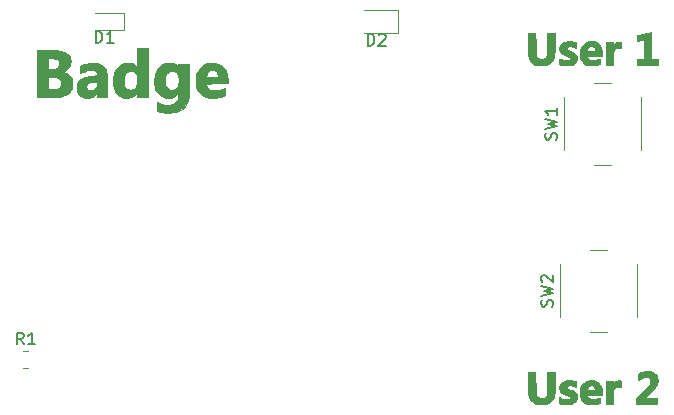
<source format=gbr>
%TF.GenerationSoftware,KiCad,Pcbnew,(7.0.0)*%
%TF.CreationDate,2024-07-03T12:20:39-05:00*%
%TF.ProjectId,DC32H4X0R,44433332-4834-4583-9052-2e6b69636164,rev?*%
%TF.SameCoordinates,Original*%
%TF.FileFunction,Legend,Top*%
%TF.FilePolarity,Positive*%
%FSLAX46Y46*%
G04 Gerber Fmt 4.6, Leading zero omitted, Abs format (unit mm)*
G04 Created by KiCad (PCBNEW (7.0.0)) date 2024-07-03 12:20:39*
%MOMM*%
%LPD*%
G01*
G04 APERTURE LIST*
%ADD10C,0.150000*%
%ADD11C,0.120000*%
%ADD12C,0.010000*%
G04 APERTURE END LIST*
D10*
%TO.C,SW2*%
X95399761Y-69733332D02*
X95447380Y-69590475D01*
X95447380Y-69590475D02*
X95447380Y-69352380D01*
X95447380Y-69352380D02*
X95399761Y-69257142D01*
X95399761Y-69257142D02*
X95352142Y-69209523D01*
X95352142Y-69209523D02*
X95256904Y-69161904D01*
X95256904Y-69161904D02*
X95161666Y-69161904D01*
X95161666Y-69161904D02*
X95066428Y-69209523D01*
X95066428Y-69209523D02*
X95018809Y-69257142D01*
X95018809Y-69257142D02*
X94971190Y-69352380D01*
X94971190Y-69352380D02*
X94923571Y-69542856D01*
X94923571Y-69542856D02*
X94875952Y-69638094D01*
X94875952Y-69638094D02*
X94828333Y-69685713D01*
X94828333Y-69685713D02*
X94733095Y-69733332D01*
X94733095Y-69733332D02*
X94637857Y-69733332D01*
X94637857Y-69733332D02*
X94542619Y-69685713D01*
X94542619Y-69685713D02*
X94495000Y-69638094D01*
X94495000Y-69638094D02*
X94447380Y-69542856D01*
X94447380Y-69542856D02*
X94447380Y-69304761D01*
X94447380Y-69304761D02*
X94495000Y-69161904D01*
X94447380Y-68828570D02*
X95447380Y-68590475D01*
X95447380Y-68590475D02*
X94733095Y-68399999D01*
X94733095Y-68399999D02*
X95447380Y-68209523D01*
X95447380Y-68209523D02*
X94447380Y-67971428D01*
X94542619Y-67638094D02*
X94495000Y-67590475D01*
X94495000Y-67590475D02*
X94447380Y-67495237D01*
X94447380Y-67495237D02*
X94447380Y-67257142D01*
X94447380Y-67257142D02*
X94495000Y-67161904D01*
X94495000Y-67161904D02*
X94542619Y-67114285D01*
X94542619Y-67114285D02*
X94637857Y-67066666D01*
X94637857Y-67066666D02*
X94733095Y-67066666D01*
X94733095Y-67066666D02*
X94875952Y-67114285D01*
X94875952Y-67114285D02*
X95447380Y-67685713D01*
X95447380Y-67685713D02*
X95447380Y-67066666D01*
%TO.C,SW1*%
X95739761Y-55593332D02*
X95787380Y-55450475D01*
X95787380Y-55450475D02*
X95787380Y-55212380D01*
X95787380Y-55212380D02*
X95739761Y-55117142D01*
X95739761Y-55117142D02*
X95692142Y-55069523D01*
X95692142Y-55069523D02*
X95596904Y-55021904D01*
X95596904Y-55021904D02*
X95501666Y-55021904D01*
X95501666Y-55021904D02*
X95406428Y-55069523D01*
X95406428Y-55069523D02*
X95358809Y-55117142D01*
X95358809Y-55117142D02*
X95311190Y-55212380D01*
X95311190Y-55212380D02*
X95263571Y-55402856D01*
X95263571Y-55402856D02*
X95215952Y-55498094D01*
X95215952Y-55498094D02*
X95168333Y-55545713D01*
X95168333Y-55545713D02*
X95073095Y-55593332D01*
X95073095Y-55593332D02*
X94977857Y-55593332D01*
X94977857Y-55593332D02*
X94882619Y-55545713D01*
X94882619Y-55545713D02*
X94835000Y-55498094D01*
X94835000Y-55498094D02*
X94787380Y-55402856D01*
X94787380Y-55402856D02*
X94787380Y-55164761D01*
X94787380Y-55164761D02*
X94835000Y-55021904D01*
X94787380Y-54688570D02*
X95787380Y-54450475D01*
X95787380Y-54450475D02*
X95073095Y-54259999D01*
X95073095Y-54259999D02*
X95787380Y-54069523D01*
X95787380Y-54069523D02*
X94787380Y-53831428D01*
X95787380Y-52926666D02*
X95787380Y-53498094D01*
X95787380Y-53212380D02*
X94787380Y-53212380D01*
X94787380Y-53212380D02*
X94930238Y-53307618D01*
X94930238Y-53307618D02*
X95025476Y-53402856D01*
X95025476Y-53402856D02*
X95073095Y-53498094D01*
%TO.C,D1*%
X56739405Y-47407380D02*
X56739405Y-46407380D01*
X56739405Y-46407380D02*
X56977500Y-46407380D01*
X56977500Y-46407380D02*
X57120357Y-46455000D01*
X57120357Y-46455000D02*
X57215595Y-46550238D01*
X57215595Y-46550238D02*
X57263214Y-46645476D01*
X57263214Y-46645476D02*
X57310833Y-46835952D01*
X57310833Y-46835952D02*
X57310833Y-46978809D01*
X57310833Y-46978809D02*
X57263214Y-47169285D01*
X57263214Y-47169285D02*
X57215595Y-47264523D01*
X57215595Y-47264523D02*
X57120357Y-47359761D01*
X57120357Y-47359761D02*
X56977500Y-47407380D01*
X56977500Y-47407380D02*
X56739405Y-47407380D01*
X58263214Y-47407380D02*
X57691786Y-47407380D01*
X57977500Y-47407380D02*
X57977500Y-46407380D01*
X57977500Y-46407380D02*
X57882262Y-46550238D01*
X57882262Y-46550238D02*
X57787024Y-46645476D01*
X57787024Y-46645476D02*
X57691786Y-46693095D01*
%TO.C,D2*%
X79769405Y-47627380D02*
X79769405Y-46627380D01*
X79769405Y-46627380D02*
X80007500Y-46627380D01*
X80007500Y-46627380D02*
X80150357Y-46675000D01*
X80150357Y-46675000D02*
X80245595Y-46770238D01*
X80245595Y-46770238D02*
X80293214Y-46865476D01*
X80293214Y-46865476D02*
X80340833Y-47055952D01*
X80340833Y-47055952D02*
X80340833Y-47198809D01*
X80340833Y-47198809D02*
X80293214Y-47389285D01*
X80293214Y-47389285D02*
X80245595Y-47484523D01*
X80245595Y-47484523D02*
X80150357Y-47579761D01*
X80150357Y-47579761D02*
X80007500Y-47627380D01*
X80007500Y-47627380D02*
X79769405Y-47627380D01*
X80721786Y-46722619D02*
X80769405Y-46675000D01*
X80769405Y-46675000D02*
X80864643Y-46627380D01*
X80864643Y-46627380D02*
X81102738Y-46627380D01*
X81102738Y-46627380D02*
X81197976Y-46675000D01*
X81197976Y-46675000D02*
X81245595Y-46722619D01*
X81245595Y-46722619D02*
X81293214Y-46817857D01*
X81293214Y-46817857D02*
X81293214Y-46913095D01*
X81293214Y-46913095D02*
X81245595Y-47055952D01*
X81245595Y-47055952D02*
X80674167Y-47627380D01*
X80674167Y-47627380D02*
X81293214Y-47627380D01*
%TO.C,R1*%
X50653333Y-72927380D02*
X50320000Y-72451190D01*
X50081905Y-72927380D02*
X50081905Y-71927380D01*
X50081905Y-71927380D02*
X50462857Y-71927380D01*
X50462857Y-71927380D02*
X50558095Y-71975000D01*
X50558095Y-71975000D02*
X50605714Y-72022619D01*
X50605714Y-72022619D02*
X50653333Y-72117857D01*
X50653333Y-72117857D02*
X50653333Y-72260714D01*
X50653333Y-72260714D02*
X50605714Y-72355952D01*
X50605714Y-72355952D02*
X50558095Y-72403571D01*
X50558095Y-72403571D02*
X50462857Y-72451190D01*
X50462857Y-72451190D02*
X50081905Y-72451190D01*
X51605714Y-72927380D02*
X51034286Y-72927380D01*
X51320000Y-72927380D02*
X51320000Y-71927380D01*
X51320000Y-71927380D02*
X51224762Y-72070238D01*
X51224762Y-72070238D02*
X51129524Y-72165476D01*
X51129524Y-72165476D02*
X51034286Y-72213095D01*
D11*
%TO.C,SW2*%
X100080000Y-64900000D02*
X98580000Y-64900000D01*
X96080000Y-66150000D02*
X96080000Y-70650000D01*
X98580000Y-71900000D02*
X100080000Y-71900000D01*
X102580000Y-70650000D02*
X102580000Y-66150000D01*
%TO.C,SW1*%
X100420000Y-50760000D02*
X98920000Y-50760000D01*
X96420000Y-52010000D02*
X96420000Y-56510000D01*
X98920000Y-57760000D02*
X100420000Y-57760000D01*
X102920000Y-56510000D02*
X102920000Y-52010000D01*
%TO.C,D1*%
X56677500Y-46345000D02*
X59137500Y-46345000D01*
X59137500Y-44875000D02*
X56677500Y-44875000D01*
X59137500Y-46345000D02*
X59137500Y-44875000D01*
%TO.C,D2*%
X82367500Y-44650000D02*
X79507500Y-44650000D01*
X79507500Y-46570000D02*
X82367500Y-46570000D01*
X82367500Y-46570000D02*
X82367500Y-44650000D01*
%TO.C,R1*%
X50592936Y-73475000D02*
X51047064Y-73475000D01*
X50592936Y-74945000D02*
X51047064Y-74945000D01*
%TO.C,G\u002A\u002A\u002A*%
G36*
X93993834Y-77080243D02*
G01*
X94057334Y-77207243D01*
X94137275Y-77326334D01*
X94239635Y-77409637D01*
X94363442Y-77456649D01*
X94507727Y-77466867D01*
X94551282Y-77463111D01*
X94689007Y-77430083D01*
X94799572Y-77365217D01*
X94886104Y-77266219D01*
X94929336Y-77186076D01*
X94938553Y-77162594D01*
X94946235Y-77134047D01*
X94952554Y-77096440D01*
X94957686Y-77045781D01*
X94961803Y-76978074D01*
X94965081Y-76889326D01*
X94967692Y-76775542D01*
X94969811Y-76632729D01*
X94971612Y-76456892D01*
X94973268Y-76244037D01*
X94973814Y-76164784D01*
X94980128Y-75228159D01*
X95613084Y-75228159D01*
X95613084Y-76093220D01*
X95612735Y-76327213D01*
X95611602Y-76523195D01*
X95609551Y-76685486D01*
X95606452Y-76818402D01*
X95602172Y-76926262D01*
X95596579Y-77013383D01*
X95589541Y-77084085D01*
X95581026Y-77142113D01*
X95526279Y-77358709D01*
X95442893Y-77544180D01*
X95330654Y-77698772D01*
X95189347Y-77822733D01*
X95018758Y-77916310D01*
X94861667Y-77969302D01*
X94750961Y-77990485D01*
X94615022Y-78005147D01*
X94470262Y-78012475D01*
X94333094Y-78011660D01*
X94219930Y-78001891D01*
X94215509Y-78001203D01*
X94005190Y-77950599D01*
X93825096Y-77870561D01*
X93674647Y-77760693D01*
X93553267Y-77620600D01*
X93483865Y-77501448D01*
X93456484Y-77444670D01*
X93433538Y-77393052D01*
X93414597Y-77342311D01*
X93399236Y-77288159D01*
X93387027Y-77226313D01*
X93377543Y-77152488D01*
X93370356Y-77062397D01*
X93365040Y-76951756D01*
X93361166Y-76816280D01*
X93358308Y-76651684D01*
X93356038Y-76453683D01*
X93353929Y-76217991D01*
X93353747Y-76196534D01*
X93345557Y-75228159D01*
X93981186Y-75228159D01*
X93993834Y-77080243D01*
G37*
D12*
X93993834Y-77080243D02*
X94057334Y-77207243D01*
X94137275Y-77326334D01*
X94239635Y-77409637D01*
X94363442Y-77456649D01*
X94507727Y-77466867D01*
X94551282Y-77463111D01*
X94689007Y-77430083D01*
X94799572Y-77365217D01*
X94886104Y-77266219D01*
X94929336Y-77186076D01*
X94938553Y-77162594D01*
X94946235Y-77134047D01*
X94952554Y-77096440D01*
X94957686Y-77045781D01*
X94961803Y-76978074D01*
X94965081Y-76889326D01*
X94967692Y-76775542D01*
X94969811Y-76632729D01*
X94971612Y-76456892D01*
X94973268Y-76244037D01*
X94973814Y-76164784D01*
X94980128Y-75228159D01*
X95613084Y-75228159D01*
X95613084Y-76093220D01*
X95612735Y-76327213D01*
X95611602Y-76523195D01*
X95609551Y-76685486D01*
X95606452Y-76818402D01*
X95602172Y-76926262D01*
X95596579Y-77013383D01*
X95589541Y-77084085D01*
X95581026Y-77142113D01*
X95526279Y-77358709D01*
X95442893Y-77544180D01*
X95330654Y-77698772D01*
X95189347Y-77822733D01*
X95018758Y-77916310D01*
X94861667Y-77969302D01*
X94750961Y-77990485D01*
X94615022Y-78005147D01*
X94470262Y-78012475D01*
X94333094Y-78011660D01*
X94219930Y-78001891D01*
X94215509Y-78001203D01*
X94005190Y-77950599D01*
X93825096Y-77870561D01*
X93674647Y-77760693D01*
X93553267Y-77620600D01*
X93483865Y-77501448D01*
X93456484Y-77444670D01*
X93433538Y-77393052D01*
X93414597Y-77342311D01*
X93399236Y-77288159D01*
X93387027Y-77226313D01*
X93377543Y-77152488D01*
X93370356Y-77062397D01*
X93365040Y-76951756D01*
X93361166Y-76816280D01*
X93358308Y-76651684D01*
X93356038Y-76453683D01*
X93353929Y-76217991D01*
X93353747Y-76196534D01*
X93345557Y-75228159D01*
X93981186Y-75228159D01*
X93993834Y-77080243D01*
G36*
X96920423Y-75974623D02*
G01*
X97054097Y-75981833D01*
X97176635Y-75994175D01*
X97274812Y-76011191D01*
X97279959Y-76012429D01*
X97391084Y-76039763D01*
X97391084Y-76281809D01*
X97390590Y-76385818D01*
X97388390Y-76454108D01*
X97383401Y-76493288D01*
X97374543Y-76509969D01*
X97360735Y-76510759D01*
X97354042Y-76508300D01*
X97247932Y-76464725D01*
X97168015Y-76435604D01*
X97101906Y-76417969D01*
X97037217Y-76408850D01*
X96961560Y-76405278D01*
X96921830Y-76404701D01*
X96827070Y-76405390D01*
X96763063Y-76411022D01*
X96718327Y-76423608D01*
X96681382Y-76445159D01*
X96678413Y-76447336D01*
X96623459Y-76503889D01*
X96610640Y-76560532D01*
X96639757Y-76617002D01*
X96710614Y-76673035D01*
X96823013Y-76728368D01*
X96914834Y-76762672D01*
X97097872Y-76832199D01*
X97242056Y-76904289D01*
X97350856Y-76982518D01*
X97427737Y-77070459D01*
X97476170Y-77171686D01*
X97499620Y-77289773D01*
X97503142Y-77368988D01*
X97483958Y-77526919D01*
X97427112Y-77666482D01*
X97333665Y-77785499D01*
X97276464Y-77834430D01*
X97139491Y-77914311D01*
X96972389Y-77972320D01*
X96781957Y-78007288D01*
X96574994Y-78018044D01*
X96358297Y-78003417D01*
X96322923Y-77998606D01*
X96231941Y-77981904D01*
X96139080Y-77959574D01*
X96095381Y-77946569D01*
X95994084Y-77912924D01*
X95994084Y-77410550D01*
X96128366Y-77473388D01*
X96265142Y-77527603D01*
X96401812Y-77564148D01*
X96532745Y-77583329D01*
X96652309Y-77585450D01*
X96754872Y-77570818D01*
X96834802Y-77539736D01*
X96886467Y-77492511D01*
X96904250Y-77431340D01*
X96886786Y-77369124D01*
X96832772Y-77314213D01*
X96739781Y-77264455D01*
X96696653Y-77247521D01*
X96549979Y-77193121D01*
X96437111Y-77149347D01*
X96351739Y-77113308D01*
X96287551Y-77082113D01*
X96238237Y-77052872D01*
X96197484Y-77022694D01*
X96187516Y-77014342D01*
X96087815Y-76902729D01*
X96024439Y-76772188D01*
X95998770Y-76627683D01*
X96012186Y-76474181D01*
X96024172Y-76426660D01*
X96084003Y-76294862D01*
X96179873Y-76181432D01*
X96308567Y-76088882D01*
X96466872Y-76019725D01*
X96584812Y-75988364D01*
X96672557Y-75977431D01*
X96788835Y-75973003D01*
X96920423Y-75974623D01*
G37*
X96920423Y-75974623D02*
X97054097Y-75981833D01*
X97176635Y-75994175D01*
X97274812Y-76011191D01*
X97279959Y-76012429D01*
X97391084Y-76039763D01*
X97391084Y-76281809D01*
X97390590Y-76385818D01*
X97388390Y-76454108D01*
X97383401Y-76493288D01*
X97374543Y-76509969D01*
X97360735Y-76510759D01*
X97354042Y-76508300D01*
X97247932Y-76464725D01*
X97168015Y-76435604D01*
X97101906Y-76417969D01*
X97037217Y-76408850D01*
X96961560Y-76405278D01*
X96921830Y-76404701D01*
X96827070Y-76405390D01*
X96763063Y-76411022D01*
X96718327Y-76423608D01*
X96681382Y-76445159D01*
X96678413Y-76447336D01*
X96623459Y-76503889D01*
X96610640Y-76560532D01*
X96639757Y-76617002D01*
X96710614Y-76673035D01*
X96823013Y-76728368D01*
X96914834Y-76762672D01*
X97097872Y-76832199D01*
X97242056Y-76904289D01*
X97350856Y-76982518D01*
X97427737Y-77070459D01*
X97476170Y-77171686D01*
X97499620Y-77289773D01*
X97503142Y-77368988D01*
X97483958Y-77526919D01*
X97427112Y-77666482D01*
X97333665Y-77785499D01*
X97276464Y-77834430D01*
X97139491Y-77914311D01*
X96972389Y-77972320D01*
X96781957Y-78007288D01*
X96574994Y-78018044D01*
X96358297Y-78003417D01*
X96322923Y-77998606D01*
X96231941Y-77981904D01*
X96139080Y-77959574D01*
X96095381Y-77946569D01*
X95994084Y-77912924D01*
X95994084Y-77410550D01*
X96128366Y-77473388D01*
X96265142Y-77527603D01*
X96401812Y-77564148D01*
X96532745Y-77583329D01*
X96652309Y-77585450D01*
X96754872Y-77570818D01*
X96834802Y-77539736D01*
X96886467Y-77492511D01*
X96904250Y-77431340D01*
X96886786Y-77369124D01*
X96832772Y-77314213D01*
X96739781Y-77264455D01*
X96696653Y-77247521D01*
X96549979Y-77193121D01*
X96437111Y-77149347D01*
X96351739Y-77113308D01*
X96287551Y-77082113D01*
X96238237Y-77052872D01*
X96197484Y-77022694D01*
X96187516Y-77014342D01*
X96087815Y-76902729D01*
X96024439Y-76772188D01*
X95998770Y-76627683D01*
X96012186Y-76474181D01*
X96024172Y-76426660D01*
X96084003Y-76294862D01*
X96179873Y-76181432D01*
X96308567Y-76088882D01*
X96466872Y-76019725D01*
X96584812Y-75988364D01*
X96672557Y-75977431D01*
X96788835Y-75973003D01*
X96920423Y-75974623D01*
G36*
X97749605Y-76727693D02*
G01*
X97761112Y-76679660D01*
X97832790Y-76489618D01*
X97938842Y-76323537D01*
X98077156Y-76183964D01*
X98245619Y-76073445D01*
X98277402Y-76057586D01*
X98355957Y-76022056D01*
X98421987Y-75999077D01*
X98490508Y-75985250D01*
X98576539Y-75977173D01*
X98649313Y-75973381D01*
X98856881Y-75978654D01*
X99037153Y-76014911D01*
X99192743Y-76083179D01*
X99326263Y-76184482D01*
X99402920Y-76269119D01*
X99470187Y-76364431D01*
X99519312Y-76461226D01*
X99553126Y-76569092D01*
X99574458Y-76697614D01*
X99586138Y-76856380D01*
X99587649Y-76895034D01*
X99597320Y-77175493D01*
X98970452Y-77175493D01*
X98791325Y-77175570D01*
X98650042Y-77176007D01*
X98542115Y-77177112D01*
X98463054Y-77179193D01*
X98408369Y-77182558D01*
X98373573Y-77187515D01*
X98354176Y-77194372D01*
X98345689Y-77203437D01*
X98343623Y-77215018D01*
X98343584Y-77218506D01*
X98358319Y-77292092D01*
X98396077Y-77372462D01*
X98447180Y-77439510D01*
X98452269Y-77444357D01*
X98552542Y-77510008D01*
X98680020Y-77552268D01*
X98826390Y-77570771D01*
X98983335Y-77565156D01*
X99142540Y-77535056D01*
X99293350Y-77481176D01*
X99355358Y-77453554D01*
X99399850Y-77434801D01*
X99415058Y-77429493D01*
X99418345Y-77449205D01*
X99420981Y-77502525D01*
X99422652Y-77580730D01*
X99423084Y-77652823D01*
X99423084Y-77876153D01*
X99349096Y-77907067D01*
X99209662Y-77952619D01*
X99043401Y-77986964D01*
X98864696Y-78008589D01*
X98687928Y-78015983D01*
X98527480Y-78007631D01*
X98470584Y-77999453D01*
X98304530Y-77952915D01*
X98148074Y-77876982D01*
X98010458Y-77777660D01*
X97900924Y-77660953D01*
X97863707Y-77605130D01*
X97796989Y-77457568D01*
X97750906Y-77284191D01*
X97726771Y-77096851D01*
X97725900Y-76907401D01*
X97743585Y-76773326D01*
X98338292Y-76773326D01*
X99026327Y-76773326D01*
X99012433Y-76686437D01*
X98977747Y-76563919D01*
X98917605Y-76474174D01*
X98866431Y-76433802D01*
X98774975Y-76399949D01*
X98670729Y-76394589D01*
X98572209Y-76417716D01*
X98540222Y-76433912D01*
X98466925Y-76496822D01*
X98402409Y-76583892D01*
X98359188Y-76677113D01*
X98351981Y-76704881D01*
X98338292Y-76773326D01*
X97743585Y-76773326D01*
X97749605Y-76727693D01*
G37*
X97749605Y-76727693D02*
X97761112Y-76679660D01*
X97832790Y-76489618D01*
X97938842Y-76323537D01*
X98077156Y-76183964D01*
X98245619Y-76073445D01*
X98277402Y-76057586D01*
X98355957Y-76022056D01*
X98421987Y-75999077D01*
X98490508Y-75985250D01*
X98576539Y-75977173D01*
X98649313Y-75973381D01*
X98856881Y-75978654D01*
X99037153Y-76014911D01*
X99192743Y-76083179D01*
X99326263Y-76184482D01*
X99402920Y-76269119D01*
X99470187Y-76364431D01*
X99519312Y-76461226D01*
X99553126Y-76569092D01*
X99574458Y-76697614D01*
X99586138Y-76856380D01*
X99587649Y-76895034D01*
X99597320Y-77175493D01*
X98970452Y-77175493D01*
X98791325Y-77175570D01*
X98650042Y-77176007D01*
X98542115Y-77177112D01*
X98463054Y-77179193D01*
X98408369Y-77182558D01*
X98373573Y-77187515D01*
X98354176Y-77194372D01*
X98345689Y-77203437D01*
X98343623Y-77215018D01*
X98343584Y-77218506D01*
X98358319Y-77292092D01*
X98396077Y-77372462D01*
X98447180Y-77439510D01*
X98452269Y-77444357D01*
X98552542Y-77510008D01*
X98680020Y-77552268D01*
X98826390Y-77570771D01*
X98983335Y-77565156D01*
X99142540Y-77535056D01*
X99293350Y-77481176D01*
X99355358Y-77453554D01*
X99399850Y-77434801D01*
X99415058Y-77429493D01*
X99418345Y-77449205D01*
X99420981Y-77502525D01*
X99422652Y-77580730D01*
X99423084Y-77652823D01*
X99423084Y-77876153D01*
X99349096Y-77907067D01*
X99209662Y-77952619D01*
X99043401Y-77986964D01*
X98864696Y-78008589D01*
X98687928Y-78015983D01*
X98527480Y-78007631D01*
X98470584Y-77999453D01*
X98304530Y-77952915D01*
X98148074Y-77876982D01*
X98010458Y-77777660D01*
X97900924Y-77660953D01*
X97863707Y-77605130D01*
X97796989Y-77457568D01*
X97750906Y-77284191D01*
X97726771Y-77096851D01*
X97725900Y-76907401D01*
X97743585Y-76773326D01*
X98338292Y-76773326D01*
X99026327Y-76773326D01*
X99012433Y-76686437D01*
X98977747Y-76563919D01*
X98917605Y-76474174D01*
X98866431Y-76433802D01*
X98774975Y-76399949D01*
X98670729Y-76394589D01*
X98572209Y-76417716D01*
X98540222Y-76433912D01*
X98466925Y-76496822D01*
X98402409Y-76583892D01*
X98359188Y-76677113D01*
X98351981Y-76704881D01*
X98338292Y-76773326D01*
X97743585Y-76773326D01*
X97749605Y-76727693D01*
G36*
X101139867Y-75982396D02*
G01*
X101222250Y-75995570D01*
X101222250Y-76566248D01*
X101164042Y-76548079D01*
X101113211Y-76538806D01*
X101036986Y-76532259D01*
X100955970Y-76529909D01*
X100871299Y-76532124D01*
X100813757Y-76541321D01*
X100768258Y-76561331D01*
X100731407Y-76586923D01*
X100680739Y-76631506D01*
X100639848Y-76683126D01*
X100607757Y-76746541D01*
X100583489Y-76826510D01*
X100566070Y-76927792D01*
X100554521Y-77055146D01*
X100547868Y-77213331D01*
X100545132Y-77407104D01*
X100544917Y-77495882D01*
X100544917Y-77979826D01*
X99931084Y-77979826D01*
X99931084Y-76011326D01*
X100544917Y-76011326D01*
X100545764Y-76175368D01*
X100546531Y-76256952D01*
X100548992Y-76301551D01*
X100554970Y-76314512D01*
X100566289Y-76301181D01*
X100580029Y-76275909D01*
X100665792Y-76154048D01*
X100776253Y-76061077D01*
X100904440Y-76000650D01*
X101043385Y-75976423D01*
X101139867Y-75982396D01*
G37*
X101139867Y-75982396D02*
X101222250Y-75995570D01*
X101222250Y-76566248D01*
X101164042Y-76548079D01*
X101113211Y-76538806D01*
X101036986Y-76532259D01*
X100955970Y-76529909D01*
X100871299Y-76532124D01*
X100813757Y-76541321D01*
X100768258Y-76561331D01*
X100731407Y-76586923D01*
X100680739Y-76631506D01*
X100639848Y-76683126D01*
X100607757Y-76746541D01*
X100583489Y-76826510D01*
X100566070Y-76927792D01*
X100554521Y-77055146D01*
X100547868Y-77213331D01*
X100545132Y-77407104D01*
X100544917Y-77495882D01*
X100544917Y-77979826D01*
X99931084Y-77979826D01*
X99931084Y-76011326D01*
X100544917Y-76011326D01*
X100545764Y-76175368D01*
X100546531Y-76256952D01*
X100548992Y-76301551D01*
X100554970Y-76314512D01*
X100566289Y-76301181D01*
X100580029Y-76275909D01*
X100665792Y-76154048D01*
X100776253Y-76061077D01*
X100904440Y-76000650D01*
X101043385Y-75976423D01*
X101139867Y-75982396D01*
G36*
X103619126Y-75199033D02*
G01*
X103651163Y-75203761D01*
X103831289Y-75251672D01*
X103991814Y-75330163D01*
X104127344Y-75435453D01*
X104232485Y-75563760D01*
X104274555Y-75640909D01*
X104297595Y-75697887D01*
X104312141Y-75755532D01*
X104319993Y-75826055D01*
X104322951Y-75921663D01*
X104323167Y-75970613D01*
X104322524Y-76071762D01*
X104318572Y-76144340D01*
X104308280Y-76202107D01*
X104288615Y-76258825D01*
X104256543Y-76328254D01*
X104234538Y-76372780D01*
X104177554Y-76478375D01*
X104112814Y-76578843D01*
X104035685Y-76679526D01*
X103941534Y-76785764D01*
X103825727Y-76902899D01*
X103683632Y-77036271D01*
X103570970Y-77137770D01*
X103231331Y-77440076D01*
X103771957Y-77445725D01*
X104312584Y-77451374D01*
X104312584Y-77979826D01*
X103416528Y-77979826D01*
X103225739Y-77979503D01*
X103048168Y-77978580D01*
X102888263Y-77977126D01*
X102750471Y-77975209D01*
X102639240Y-77972900D01*
X102559017Y-77970266D01*
X102514249Y-77967377D01*
X102506361Y-77965715D01*
X102500540Y-77939913D01*
X102495886Y-77881263D01*
X102492965Y-77799248D01*
X102492250Y-77728622D01*
X102492250Y-77505641D01*
X103040182Y-76964858D01*
X103196715Y-76809898D01*
X103325588Y-76680585D01*
X103429557Y-76573123D01*
X103511381Y-76483720D01*
X103573817Y-76408580D01*
X103619625Y-76343910D01*
X103651562Y-76285914D01*
X103672385Y-76230798D01*
X103684854Y-76174768D01*
X103691725Y-76114029D01*
X103694807Y-76064243D01*
X103696923Y-75979934D01*
X103690870Y-75922503D01*
X103673770Y-75876826D01*
X103652509Y-75841993D01*
X103583621Y-75766153D01*
X103494855Y-75718607D01*
X103379403Y-75696393D01*
X103311791Y-75693859D01*
X103141430Y-75712136D01*
X102969451Y-75763510D01*
X102809657Y-75842680D01*
X102687398Y-75933569D01*
X102639128Y-75977582D01*
X102651000Y-75409350D01*
X102735667Y-75361046D01*
X102886829Y-75292119D01*
X103064424Y-75239106D01*
X103254784Y-75204355D01*
X103444241Y-75190215D01*
X103619126Y-75199033D01*
G37*
X103619126Y-75199033D02*
X103651163Y-75203761D01*
X103831289Y-75251672D01*
X103991814Y-75330163D01*
X104127344Y-75435453D01*
X104232485Y-75563760D01*
X104274555Y-75640909D01*
X104297595Y-75697887D01*
X104312141Y-75755532D01*
X104319993Y-75826055D01*
X104322951Y-75921663D01*
X104323167Y-75970613D01*
X104322524Y-76071762D01*
X104318572Y-76144340D01*
X104308280Y-76202107D01*
X104288615Y-76258825D01*
X104256543Y-76328254D01*
X104234538Y-76372780D01*
X104177554Y-76478375D01*
X104112814Y-76578843D01*
X104035685Y-76679526D01*
X103941534Y-76785764D01*
X103825727Y-76902899D01*
X103683632Y-77036271D01*
X103570970Y-77137770D01*
X103231331Y-77440076D01*
X103771957Y-77445725D01*
X104312584Y-77451374D01*
X104312584Y-77979826D01*
X103416528Y-77979826D01*
X103225739Y-77979503D01*
X103048168Y-77978580D01*
X102888263Y-77977126D01*
X102750471Y-77975209D01*
X102639240Y-77972900D01*
X102559017Y-77970266D01*
X102514249Y-77967377D01*
X102506361Y-77965715D01*
X102500540Y-77939913D01*
X102495886Y-77881263D01*
X102492965Y-77799248D01*
X102492250Y-77728622D01*
X102492250Y-77505641D01*
X103040182Y-76964858D01*
X103196715Y-76809898D01*
X103325588Y-76680585D01*
X103429557Y-76573123D01*
X103511381Y-76483720D01*
X103573817Y-76408580D01*
X103619625Y-76343910D01*
X103651562Y-76285914D01*
X103672385Y-76230798D01*
X103684854Y-76174768D01*
X103691725Y-76114029D01*
X103694807Y-76064243D01*
X103696923Y-75979934D01*
X103690870Y-75922503D01*
X103673770Y-75876826D01*
X103652509Y-75841993D01*
X103583621Y-75766153D01*
X103494855Y-75718607D01*
X103379403Y-75696393D01*
X103311791Y-75693859D01*
X103141430Y-75712136D01*
X102969451Y-75763510D01*
X102809657Y-75842680D01*
X102687398Y-75933569D01*
X102639128Y-75977582D01*
X102651000Y-75409350D01*
X102735667Y-75361046D01*
X102886829Y-75292119D01*
X103064424Y-75239106D01*
X103254784Y-75204355D01*
X103444241Y-75190215D01*
X103619126Y-75199033D01*
G36*
X61713564Y-50669015D02*
G01*
X62615552Y-50669015D01*
X62622264Y-50794290D01*
X62635777Y-50899370D01*
X62646235Y-50944180D01*
X62710005Y-51094849D01*
X62800606Y-51215604D01*
X62913831Y-51304077D01*
X63045469Y-51357900D01*
X63191313Y-51374706D01*
X63347154Y-51352125D01*
X63363211Y-51347585D01*
X63452296Y-51303880D01*
X63543571Y-51229538D01*
X63627401Y-51134570D01*
X63694153Y-51028988D01*
X63715892Y-50981086D01*
X63736046Y-50925408D01*
X63750026Y-50871727D01*
X63758967Y-50810377D01*
X63764005Y-50731691D01*
X63766275Y-50626003D01*
X63766772Y-50547826D01*
X63766542Y-50423319D01*
X63764197Y-50332244D01*
X63758748Y-50265712D01*
X63749210Y-50214837D01*
X63734596Y-50170731D01*
X63721555Y-50140720D01*
X63636665Y-49994300D01*
X63534646Y-49886348D01*
X63414633Y-49816250D01*
X63275760Y-49783390D01*
X63215397Y-49780534D01*
X63062894Y-49799740D01*
X62928856Y-49856005D01*
X62815493Y-49947300D01*
X62725013Y-50071598D01*
X62659625Y-50226870D01*
X62638025Y-50310743D01*
X62623253Y-50413369D01*
X62615822Y-50537417D01*
X62615552Y-50669015D01*
X61713564Y-50669015D01*
X61713672Y-50582927D01*
X61720266Y-50420799D01*
X61733129Y-50271361D01*
X61752138Y-50145505D01*
X61764142Y-50093971D01*
X61835987Y-49880603D01*
X61928221Y-49696858D01*
X62046461Y-49532683D01*
X62127033Y-49444630D01*
X62278684Y-49309066D01*
X62433573Y-49209988D01*
X62600994Y-49143233D01*
X62790242Y-49104639D01*
X62910584Y-49093694D01*
X63118300Y-49095812D01*
X63300123Y-49129051D01*
X63460333Y-49194844D01*
X63603210Y-49294620D01*
X63654353Y-49342246D01*
X63757250Y-49445143D01*
X63757250Y-49150826D01*
X64648142Y-49150826D01*
X64640759Y-50616618D01*
X64639325Y-50910509D01*
X64637987Y-51165450D01*
X64636445Y-51384823D01*
X64634397Y-51572007D01*
X64631540Y-51730386D01*
X64627572Y-51863339D01*
X64622192Y-51974249D01*
X64615098Y-52066496D01*
X64605987Y-52143462D01*
X64594557Y-52208529D01*
X64580508Y-52265076D01*
X64563536Y-52316486D01*
X64543340Y-52366141D01*
X64519617Y-52417420D01*
X64492067Y-52473706D01*
X64471109Y-52516326D01*
X64352705Y-52711129D01*
X64200468Y-52882094D01*
X64016664Y-53027494D01*
X63803561Y-53145602D01*
X63563424Y-53234693D01*
X63507988Y-53250019D01*
X63418829Y-53271508D01*
X63334789Y-53287072D01*
X63245082Y-53297884D01*
X63138921Y-53305116D01*
X63005520Y-53309938D01*
X62942334Y-53311450D01*
X62734868Y-53312669D01*
X62562126Y-53306723D01*
X62427363Y-53293738D01*
X62409040Y-53290934D01*
X62303674Y-53270192D01*
X62192420Y-53242723D01*
X62098909Y-53214376D01*
X62096832Y-53213646D01*
X61958084Y-53164664D01*
X61958084Y-52787578D01*
X61958490Y-52666530D01*
X61959620Y-52561603D01*
X61961337Y-52479511D01*
X61963504Y-52426968D01*
X61965737Y-52410493D01*
X61986982Y-52418857D01*
X62037610Y-52441293D01*
X62108713Y-52473810D01*
X62150945Y-52493437D01*
X62375751Y-52582285D01*
X62595376Y-52637898D01*
X62806412Y-52660967D01*
X63005450Y-52652183D01*
X63189081Y-52612239D01*
X63353895Y-52541824D01*
X63496485Y-52441631D01*
X63613441Y-52312351D01*
X63689573Y-52181366D01*
X63717274Y-52113735D01*
X63735372Y-52046097D01*
X63746449Y-51964809D01*
X63753092Y-51856230D01*
X63753614Y-51843300D01*
X63762124Y-51625358D01*
X63639262Y-51754167D01*
X63486407Y-51884692D01*
X63311936Y-51980722D01*
X63120015Y-52041342D01*
X62914809Y-52065634D01*
X62700483Y-52052684D01*
X62495015Y-52005916D01*
X62314695Y-51928468D01*
X62152396Y-51814386D01*
X62010407Y-51666340D01*
X61891020Y-51487000D01*
X61796524Y-51279035D01*
X61752418Y-51140493D01*
X61732719Y-51036527D01*
X61719776Y-50901683D01*
X61713468Y-50746852D01*
X61713564Y-50669015D01*
G37*
X61713564Y-50669015D02*
X62615552Y-50669015D01*
X62622264Y-50794290D01*
X62635777Y-50899370D01*
X62646235Y-50944180D01*
X62710005Y-51094849D01*
X62800606Y-51215604D01*
X62913831Y-51304077D01*
X63045469Y-51357900D01*
X63191313Y-51374706D01*
X63347154Y-51352125D01*
X63363211Y-51347585D01*
X63452296Y-51303880D01*
X63543571Y-51229538D01*
X63627401Y-51134570D01*
X63694153Y-51028988D01*
X63715892Y-50981086D01*
X63736046Y-50925408D01*
X63750026Y-50871727D01*
X63758967Y-50810377D01*
X63764005Y-50731691D01*
X63766275Y-50626003D01*
X63766772Y-50547826D01*
X63766542Y-50423319D01*
X63764197Y-50332244D01*
X63758748Y-50265712D01*
X63749210Y-50214837D01*
X63734596Y-50170731D01*
X63721555Y-50140720D01*
X63636665Y-49994300D01*
X63534646Y-49886348D01*
X63414633Y-49816250D01*
X63275760Y-49783390D01*
X63215397Y-49780534D01*
X63062894Y-49799740D01*
X62928856Y-49856005D01*
X62815493Y-49947300D01*
X62725013Y-50071598D01*
X62659625Y-50226870D01*
X62638025Y-50310743D01*
X62623253Y-50413369D01*
X62615822Y-50537417D01*
X62615552Y-50669015D01*
X61713564Y-50669015D01*
X61713672Y-50582927D01*
X61720266Y-50420799D01*
X61733129Y-50271361D01*
X61752138Y-50145505D01*
X61764142Y-50093971D01*
X61835987Y-49880603D01*
X61928221Y-49696858D01*
X62046461Y-49532683D01*
X62127033Y-49444630D01*
X62278684Y-49309066D01*
X62433573Y-49209988D01*
X62600994Y-49143233D01*
X62790242Y-49104639D01*
X62910584Y-49093694D01*
X63118300Y-49095812D01*
X63300123Y-49129051D01*
X63460333Y-49194844D01*
X63603210Y-49294620D01*
X63654353Y-49342246D01*
X63757250Y-49445143D01*
X63757250Y-49150826D01*
X64648142Y-49150826D01*
X64640759Y-50616618D01*
X64639325Y-50910509D01*
X64637987Y-51165450D01*
X64636445Y-51384823D01*
X64634397Y-51572007D01*
X64631540Y-51730386D01*
X64627572Y-51863339D01*
X64622192Y-51974249D01*
X64615098Y-52066496D01*
X64605987Y-52143462D01*
X64594557Y-52208529D01*
X64580508Y-52265076D01*
X64563536Y-52316486D01*
X64543340Y-52366141D01*
X64519617Y-52417420D01*
X64492067Y-52473706D01*
X64471109Y-52516326D01*
X64352705Y-52711129D01*
X64200468Y-52882094D01*
X64016664Y-53027494D01*
X63803561Y-53145602D01*
X63563424Y-53234693D01*
X63507988Y-53250019D01*
X63418829Y-53271508D01*
X63334789Y-53287072D01*
X63245082Y-53297884D01*
X63138921Y-53305116D01*
X63005520Y-53309938D01*
X62942334Y-53311450D01*
X62734868Y-53312669D01*
X62562126Y-53306723D01*
X62427363Y-53293738D01*
X62409040Y-53290934D01*
X62303674Y-53270192D01*
X62192420Y-53242723D01*
X62098909Y-53214376D01*
X62096832Y-53213646D01*
X61958084Y-53164664D01*
X61958084Y-52787578D01*
X61958490Y-52666530D01*
X61959620Y-52561603D01*
X61961337Y-52479511D01*
X61963504Y-52426968D01*
X61965737Y-52410493D01*
X61986982Y-52418857D01*
X62037610Y-52441293D01*
X62108713Y-52473810D01*
X62150945Y-52493437D01*
X62375751Y-52582285D01*
X62595376Y-52637898D01*
X62806412Y-52660967D01*
X63005450Y-52652183D01*
X63189081Y-52612239D01*
X63353895Y-52541824D01*
X63496485Y-52441631D01*
X63613441Y-52312351D01*
X63689573Y-52181366D01*
X63717274Y-52113735D01*
X63735372Y-52046097D01*
X63746449Y-51964809D01*
X63753092Y-51856230D01*
X63753614Y-51843300D01*
X63762124Y-51625358D01*
X63639262Y-51754167D01*
X63486407Y-51884692D01*
X63311936Y-51980722D01*
X63120015Y-52041342D01*
X62914809Y-52065634D01*
X62700483Y-52052684D01*
X62495015Y-52005916D01*
X62314695Y-51928468D01*
X62152396Y-51814386D01*
X62010407Y-51666340D01*
X61891020Y-51487000D01*
X61796524Y-51279035D01*
X61752418Y-51140493D01*
X61732719Y-51036527D01*
X61719776Y-50901683D01*
X61713468Y-50746852D01*
X61713564Y-50669015D01*
G36*
X55131342Y-51126546D02*
G01*
X55950347Y-51126546D01*
X55975242Y-51224964D01*
X56029602Y-51311535D01*
X56111487Y-51378437D01*
X56215254Y-51417113D01*
X56334440Y-51425856D01*
X56458312Y-51409383D01*
X56560087Y-51373165D01*
X56681867Y-51287926D01*
X56772532Y-51174916D01*
X56830860Y-51036334D01*
X56855631Y-50874384D01*
X56856452Y-50838868D01*
X56857135Y-50771526D01*
X56854683Y-50724047D01*
X56843010Y-50693996D01*
X56816028Y-50678942D01*
X56767651Y-50676448D01*
X56691791Y-50684083D01*
X56582361Y-50699411D01*
X56527226Y-50707236D01*
X56388666Y-50727812D01*
X56284610Y-50746617D01*
X56207415Y-50765853D01*
X56149437Y-50787720D01*
X56103035Y-50814421D01*
X56071834Y-50838436D01*
X55996704Y-50925459D01*
X55956854Y-51024103D01*
X55950347Y-51126546D01*
X55131342Y-51126546D01*
X55131294Y-51117378D01*
X55139901Y-51043992D01*
X55183886Y-50854887D01*
X55256516Y-50694636D01*
X55359997Y-50560708D01*
X55496531Y-50450577D01*
X55668325Y-50361714D01*
X55766791Y-50324917D01*
X55825698Y-50309146D01*
X55918136Y-50289173D01*
X56035677Y-50266397D01*
X56169890Y-50242218D01*
X56312347Y-50218036D01*
X56454618Y-50195249D01*
X56588274Y-50175258D01*
X56704885Y-50159463D01*
X56796022Y-50149262D01*
X56843795Y-50146094D01*
X56855850Y-50127785D01*
X56855414Y-50081666D01*
X56844726Y-50019616D01*
X56826022Y-49953515D01*
X56801540Y-49895241D01*
X56794079Y-49882147D01*
X56744322Y-49823185D01*
X56678416Y-49770232D01*
X56658992Y-49758710D01*
X56613431Y-49737323D01*
X56565816Y-49723610D01*
X56505372Y-49716032D01*
X56421325Y-49713049D01*
X56338334Y-49712890D01*
X56175790Y-49719029D01*
X56033893Y-49738040D01*
X55898353Y-49773442D01*
X55754880Y-49828755D01*
X55629250Y-49887501D01*
X55544950Y-49929007D01*
X55474836Y-49963422D01*
X55427555Y-49986507D01*
X55412292Y-49993831D01*
X55406938Y-49976363D01*
X55402356Y-49923455D01*
X55398874Y-49842000D01*
X55396825Y-49738887D01*
X55396417Y-49663048D01*
X55396417Y-49325076D01*
X55507542Y-49280660D01*
X55720153Y-49208514D01*
X55953458Y-49151581D01*
X56193377Y-49112211D01*
X56425831Y-49092757D01*
X56621918Y-49094531D01*
X56859654Y-49124425D01*
X57065775Y-49181794D01*
X57241775Y-49267732D01*
X57389148Y-49383333D01*
X57509388Y-49529694D01*
X57603990Y-49707909D01*
X57655726Y-49852098D01*
X57663867Y-49884303D01*
X57670767Y-49925093D01*
X57676569Y-49978264D01*
X57681414Y-50047612D01*
X57685443Y-50136933D01*
X57688800Y-50250023D01*
X57691624Y-50390678D01*
X57694058Y-50562694D01*
X57696244Y-50769867D01*
X57698097Y-50987034D01*
X57706161Y-52008326D01*
X56858505Y-52008326D01*
X56852419Y-51815884D01*
X56846334Y-51623441D01*
X56772295Y-51722386D01*
X56684095Y-51816618D01*
X56569520Y-51905549D01*
X56444177Y-51978416D01*
X56341493Y-52019486D01*
X56223989Y-52044628D01*
X56084818Y-52059229D01*
X55943583Y-52062173D01*
X55819887Y-52052348D01*
X55805353Y-52049939D01*
X55625006Y-51998030D01*
X55468939Y-51913366D01*
X55339394Y-51799337D01*
X55238615Y-51659334D01*
X55168843Y-51496746D01*
X55132322Y-51314964D01*
X55131342Y-51126546D01*
G37*
X55131342Y-51126546D02*
X55950347Y-51126546D01*
X55975242Y-51224964D01*
X56029602Y-51311535D01*
X56111487Y-51378437D01*
X56215254Y-51417113D01*
X56334440Y-51425856D01*
X56458312Y-51409383D01*
X56560087Y-51373165D01*
X56681867Y-51287926D01*
X56772532Y-51174916D01*
X56830860Y-51036334D01*
X56855631Y-50874384D01*
X56856452Y-50838868D01*
X56857135Y-50771526D01*
X56854683Y-50724047D01*
X56843010Y-50693996D01*
X56816028Y-50678942D01*
X56767651Y-50676448D01*
X56691791Y-50684083D01*
X56582361Y-50699411D01*
X56527226Y-50707236D01*
X56388666Y-50727812D01*
X56284610Y-50746617D01*
X56207415Y-50765853D01*
X56149437Y-50787720D01*
X56103035Y-50814421D01*
X56071834Y-50838436D01*
X55996704Y-50925459D01*
X55956854Y-51024103D01*
X55950347Y-51126546D01*
X55131342Y-51126546D01*
X55131294Y-51117378D01*
X55139901Y-51043992D01*
X55183886Y-50854887D01*
X55256516Y-50694636D01*
X55359997Y-50560708D01*
X55496531Y-50450577D01*
X55668325Y-50361714D01*
X55766791Y-50324917D01*
X55825698Y-50309146D01*
X55918136Y-50289173D01*
X56035677Y-50266397D01*
X56169890Y-50242218D01*
X56312347Y-50218036D01*
X56454618Y-50195249D01*
X56588274Y-50175258D01*
X56704885Y-50159463D01*
X56796022Y-50149262D01*
X56843795Y-50146094D01*
X56855850Y-50127785D01*
X56855414Y-50081666D01*
X56844726Y-50019616D01*
X56826022Y-49953515D01*
X56801540Y-49895241D01*
X56794079Y-49882147D01*
X56744322Y-49823185D01*
X56678416Y-49770232D01*
X56658992Y-49758710D01*
X56613431Y-49737323D01*
X56565816Y-49723610D01*
X56505372Y-49716032D01*
X56421325Y-49713049D01*
X56338334Y-49712890D01*
X56175790Y-49719029D01*
X56033893Y-49738040D01*
X55898353Y-49773442D01*
X55754880Y-49828755D01*
X55629250Y-49887501D01*
X55544950Y-49929007D01*
X55474836Y-49963422D01*
X55427555Y-49986507D01*
X55412292Y-49993831D01*
X55406938Y-49976363D01*
X55402356Y-49923455D01*
X55398874Y-49842000D01*
X55396825Y-49738887D01*
X55396417Y-49663048D01*
X55396417Y-49325076D01*
X55507542Y-49280660D01*
X55720153Y-49208514D01*
X55953458Y-49151581D01*
X56193377Y-49112211D01*
X56425831Y-49092757D01*
X56621918Y-49094531D01*
X56859654Y-49124425D01*
X57065775Y-49181794D01*
X57241775Y-49267732D01*
X57389148Y-49383333D01*
X57509388Y-49529694D01*
X57603990Y-49707909D01*
X57655726Y-49852098D01*
X57663867Y-49884303D01*
X57670767Y-49925093D01*
X57676569Y-49978264D01*
X57681414Y-50047612D01*
X57685443Y-50136933D01*
X57688800Y-50250023D01*
X57691624Y-50390678D01*
X57694058Y-50562694D01*
X57696244Y-50769867D01*
X57698097Y-50987034D01*
X57706161Y-52008326D01*
X56858505Y-52008326D01*
X56852419Y-51815884D01*
X56846334Y-51623441D01*
X56772295Y-51722386D01*
X56684095Y-51816618D01*
X56569520Y-51905549D01*
X56444177Y-51978416D01*
X56341493Y-52019486D01*
X56223989Y-52044628D01*
X56084818Y-52059229D01*
X55943583Y-52062173D01*
X55819887Y-52052348D01*
X55805353Y-52049939D01*
X55625006Y-51998030D01*
X55468939Y-51913366D01*
X55339394Y-51799337D01*
X55238615Y-51659334D01*
X55168843Y-51496746D01*
X55132322Y-51314964D01*
X55131342Y-51126546D01*
G36*
X58212039Y-50655124D02*
G01*
X59115013Y-50655124D01*
X59135917Y-50850811D01*
X59185775Y-51024786D01*
X59263521Y-51171916D01*
X59280543Y-51195347D01*
X59368314Y-51277440D01*
X59482922Y-51335495D01*
X59614778Y-51367039D01*
X59754292Y-51369602D01*
X59870711Y-51347453D01*
X59953478Y-51306613D01*
X60040691Y-51236806D01*
X60121546Y-51148558D01*
X60185238Y-51052392D01*
X60196294Y-51030321D01*
X60236509Y-50913655D01*
X60264532Y-50769316D01*
X60279794Y-50610171D01*
X60281724Y-50449088D01*
X60269750Y-50298933D01*
X60243302Y-50172575D01*
X60235407Y-50149039D01*
X60164237Y-50010467D01*
X60065145Y-49902295D01*
X59941864Y-49827151D01*
X59798123Y-49787664D01*
X59714417Y-49782091D01*
X59561586Y-49800663D01*
X59429374Y-49855609D01*
X59318813Y-49945771D01*
X59230939Y-50069991D01*
X59166786Y-50227111D01*
X59127387Y-50415973D01*
X59124131Y-50442858D01*
X59115013Y-50655124D01*
X58212039Y-50655124D01*
X58212021Y-50653659D01*
X58223294Y-50383698D01*
X58258484Y-50145042D01*
X58319235Y-49933001D01*
X58407189Y-49742882D01*
X58523987Y-49569993D01*
X58634912Y-49445354D01*
X58804991Y-49298707D01*
X58987222Y-49191701D01*
X59184460Y-49123267D01*
X59399558Y-49092336D01*
X59575034Y-49093150D01*
X59743146Y-49111735D01*
X59881133Y-49147641D01*
X59999073Y-49204926D01*
X60107044Y-49287652D01*
X60142886Y-49321908D01*
X60264750Y-49443773D01*
X60264750Y-47796159D01*
X61153750Y-47796159D01*
X61153750Y-52008326D01*
X60264750Y-52008326D01*
X60264750Y-51625853D01*
X60195959Y-51705515D01*
X60068961Y-51834511D01*
X59943255Y-51928833D01*
X59826180Y-51983778D01*
X59681149Y-52025980D01*
X59521165Y-52053396D01*
X59359231Y-52063986D01*
X59208349Y-52055708D01*
X59171422Y-52050014D01*
X58959956Y-51992517D01*
X58772868Y-51901106D01*
X58611060Y-51777090D01*
X58475431Y-51621783D01*
X58366885Y-51436496D01*
X58286322Y-51222541D01*
X58234643Y-50981231D01*
X58212751Y-50713877D01*
X58212039Y-50655124D01*
G37*
X58212039Y-50655124D02*
X59115013Y-50655124D01*
X59135917Y-50850811D01*
X59185775Y-51024786D01*
X59263521Y-51171916D01*
X59280543Y-51195347D01*
X59368314Y-51277440D01*
X59482922Y-51335495D01*
X59614778Y-51367039D01*
X59754292Y-51369602D01*
X59870711Y-51347453D01*
X59953478Y-51306613D01*
X60040691Y-51236806D01*
X60121546Y-51148558D01*
X60185238Y-51052392D01*
X60196294Y-51030321D01*
X60236509Y-50913655D01*
X60264532Y-50769316D01*
X60279794Y-50610171D01*
X60281724Y-50449088D01*
X60269750Y-50298933D01*
X60243302Y-50172575D01*
X60235407Y-50149039D01*
X60164237Y-50010467D01*
X60065145Y-49902295D01*
X59941864Y-49827151D01*
X59798123Y-49787664D01*
X59714417Y-49782091D01*
X59561586Y-49800663D01*
X59429374Y-49855609D01*
X59318813Y-49945771D01*
X59230939Y-50069991D01*
X59166786Y-50227111D01*
X59127387Y-50415973D01*
X59124131Y-50442858D01*
X59115013Y-50655124D01*
X58212039Y-50655124D01*
X58212021Y-50653659D01*
X58223294Y-50383698D01*
X58258484Y-50145042D01*
X58319235Y-49933001D01*
X58407189Y-49742882D01*
X58523987Y-49569993D01*
X58634912Y-49445354D01*
X58804991Y-49298707D01*
X58987222Y-49191701D01*
X59184460Y-49123267D01*
X59399558Y-49092336D01*
X59575034Y-49093150D01*
X59743146Y-49111735D01*
X59881133Y-49147641D01*
X59999073Y-49204926D01*
X60107044Y-49287652D01*
X60142886Y-49321908D01*
X60264750Y-49443773D01*
X60264750Y-47796159D01*
X61153750Y-47796159D01*
X61153750Y-52008326D01*
X60264750Y-52008326D01*
X60264750Y-51625853D01*
X60195959Y-51705515D01*
X60068961Y-51834511D01*
X59943255Y-51928833D01*
X59826180Y-51983778D01*
X59681149Y-52025980D01*
X59521165Y-52053396D01*
X59359231Y-52063986D01*
X59208349Y-52055708D01*
X59171422Y-52050014D01*
X58959956Y-51992517D01*
X58772868Y-51901106D01*
X58611060Y-51777090D01*
X58475431Y-51621783D01*
X58366885Y-51436496D01*
X58286322Y-51222541D01*
X58234643Y-50981231D01*
X58212751Y-50713877D01*
X58212039Y-50655124D01*
G36*
X65249296Y-50143518D02*
G01*
X65259919Y-50103326D01*
X65345513Y-49875172D01*
X65464213Y-49671090D01*
X65612728Y-49493539D01*
X65787763Y-49344981D01*
X65986023Y-49227875D01*
X66204216Y-49144681D01*
X66439047Y-49097861D01*
X66619149Y-49088064D01*
X66869390Y-49106234D01*
X67095328Y-49157903D01*
X67296072Y-49242575D01*
X67470732Y-49359752D01*
X67618417Y-49508937D01*
X67738237Y-49689632D01*
X67755340Y-49722587D01*
X67812582Y-49849602D01*
X67854844Y-49975943D01*
X67884065Y-50111426D01*
X67902186Y-50265869D01*
X67911148Y-50449087D01*
X67912422Y-50517274D01*
X67916500Y-50833576D01*
X66998373Y-50839094D01*
X66080246Y-50844613D01*
X66094059Y-50930995D01*
X66136280Y-51072199D01*
X66212397Y-51191545D01*
X66319388Y-51287892D01*
X66454230Y-51360101D01*
X66613903Y-51407030D01*
X66795384Y-51427540D01*
X66995652Y-51420489D01*
X67211684Y-51384737D01*
X67263371Y-51372313D01*
X67363654Y-51341832D01*
X67470157Y-51301812D01*
X67543830Y-51268630D01*
X67673084Y-51203383D01*
X67673084Y-51854626D01*
X67551375Y-51907307D01*
X67356683Y-51975490D01*
X67134575Y-52025776D01*
X66896614Y-52056784D01*
X66654366Y-52067131D01*
X66419393Y-52055435D01*
X66364832Y-52049126D01*
X66122486Y-51998995D01*
X65904282Y-51915269D01*
X65711737Y-51799055D01*
X65546366Y-51651457D01*
X65409684Y-51473582D01*
X65307982Y-51278018D01*
X65257107Y-51120915D01*
X65222046Y-50935785D01*
X65203267Y-50734053D01*
X65201238Y-50527148D01*
X65216425Y-50326494D01*
X65226096Y-50272659D01*
X66080045Y-50272659D01*
X67086296Y-50272659D01*
X67074808Y-50145962D01*
X67045516Y-49993784D01*
X66988386Y-49872982D01*
X66903924Y-49784104D01*
X66792635Y-49727695D01*
X66667293Y-49704964D01*
X66580555Y-49704644D01*
X66498201Y-49712842D01*
X66454812Y-49722718D01*
X66363189Y-49771726D01*
X66273604Y-49852550D01*
X66193801Y-49955059D01*
X66131526Y-50069125D01*
X66094522Y-50184614D01*
X66092348Y-50196844D01*
X66080045Y-50272659D01*
X65226096Y-50272659D01*
X65249296Y-50143518D01*
G37*
X65249296Y-50143518D02*
X65259919Y-50103326D01*
X65345513Y-49875172D01*
X65464213Y-49671090D01*
X65612728Y-49493539D01*
X65787763Y-49344981D01*
X65986023Y-49227875D01*
X66204216Y-49144681D01*
X66439047Y-49097861D01*
X66619149Y-49088064D01*
X66869390Y-49106234D01*
X67095328Y-49157903D01*
X67296072Y-49242575D01*
X67470732Y-49359752D01*
X67618417Y-49508937D01*
X67738237Y-49689632D01*
X67755340Y-49722587D01*
X67812582Y-49849602D01*
X67854844Y-49975943D01*
X67884065Y-50111426D01*
X67902186Y-50265869D01*
X67911148Y-50449087D01*
X67912422Y-50517274D01*
X67916500Y-50833576D01*
X66998373Y-50839094D01*
X66080246Y-50844613D01*
X66094059Y-50930995D01*
X66136280Y-51072199D01*
X66212397Y-51191545D01*
X66319388Y-51287892D01*
X66454230Y-51360101D01*
X66613903Y-51407030D01*
X66795384Y-51427540D01*
X66995652Y-51420489D01*
X67211684Y-51384737D01*
X67263371Y-51372313D01*
X67363654Y-51341832D01*
X67470157Y-51301812D01*
X67543830Y-51268630D01*
X67673084Y-51203383D01*
X67673084Y-51854626D01*
X67551375Y-51907307D01*
X67356683Y-51975490D01*
X67134575Y-52025776D01*
X66896614Y-52056784D01*
X66654366Y-52067131D01*
X66419393Y-52055435D01*
X66364832Y-52049126D01*
X66122486Y-51998995D01*
X65904282Y-51915269D01*
X65711737Y-51799055D01*
X65546366Y-51651457D01*
X65409684Y-51473582D01*
X65307982Y-51278018D01*
X65257107Y-51120915D01*
X65222046Y-50935785D01*
X65203267Y-50734053D01*
X65201238Y-50527148D01*
X65216425Y-50326494D01*
X65226096Y-50272659D01*
X66080045Y-50272659D01*
X67086296Y-50272659D01*
X67074808Y-50145962D01*
X67045516Y-49993784D01*
X66988386Y-49872982D01*
X66903924Y-49784104D01*
X66792635Y-49727695D01*
X66667293Y-49704964D01*
X66580555Y-49704644D01*
X66498201Y-49712842D01*
X66454812Y-49722718D01*
X66363189Y-49771726D01*
X66273604Y-49852550D01*
X66193801Y-49955059D01*
X66131526Y-50069125D01*
X66094522Y-50184614D01*
X66092348Y-50196844D01*
X66080045Y-50272659D01*
X65226096Y-50272659D01*
X65249296Y-50143518D01*
G36*
X51798084Y-49621200D02*
G01*
X51798084Y-48706326D01*
X52708250Y-48706326D01*
X52708250Y-49621200D01*
X53009875Y-49612979D01*
X53130289Y-49609245D01*
X53217583Y-49604628D01*
X53280965Y-49597559D01*
X53329642Y-49586470D01*
X53372824Y-49569790D01*
X53419717Y-49545951D01*
X53427321Y-49541834D01*
X53499111Y-49495220D01*
X53561861Y-49441516D01*
X53591408Y-49406921D01*
X53651304Y-49285025D01*
X53674659Y-49158539D01*
X53662476Y-49035007D01*
X53615757Y-48921978D01*
X53535504Y-48826997D01*
X53511884Y-48808109D01*
X53423218Y-48762112D01*
X53299472Y-48730096D01*
X53138832Y-48711725D01*
X52967542Y-48706577D01*
X52708250Y-48706326D01*
X51798084Y-48706326D01*
X51798084Y-48028993D01*
X52645987Y-48028993D01*
X52906825Y-48029613D01*
X53129782Y-48031816D01*
X53319298Y-48036111D01*
X53479813Y-48043010D01*
X53615767Y-48053023D01*
X53731597Y-48066662D01*
X53831745Y-48084437D01*
X53920650Y-48106859D01*
X54002750Y-48134440D01*
X54082487Y-48167689D01*
X54155553Y-48202710D01*
X54320544Y-48307047D01*
X54452450Y-48435925D01*
X54549580Y-48585632D01*
X54610246Y-48752455D01*
X54632759Y-48932682D01*
X54615430Y-49122599D01*
X54601612Y-49183211D01*
X54536730Y-49349790D01*
X54434119Y-49502008D01*
X54296978Y-49636321D01*
X54128503Y-49749188D01*
X54058296Y-49785073D01*
X53894926Y-49862300D01*
X54018322Y-49887787D01*
X54200739Y-49945237D01*
X54369536Y-50036756D01*
X54517609Y-50156881D01*
X54637851Y-50300150D01*
X54703012Y-50414157D01*
X54737064Y-50492727D01*
X54758551Y-50562181D01*
X54771003Y-50638650D01*
X54777953Y-50738265D01*
X54778934Y-50760905D01*
X54779929Y-50866634D01*
X54775406Y-50972513D01*
X54766298Y-51060539D01*
X54762167Y-51083963D01*
X54701319Y-51275648D01*
X54603510Y-51451082D01*
X54472084Y-51606953D01*
X54310385Y-51739953D01*
X54121758Y-51846771D01*
X53914600Y-51922695D01*
X53826377Y-51943973D01*
X53724387Y-51961728D01*
X53604708Y-51976201D01*
X53463420Y-51987631D01*
X53296601Y-51996258D01*
X53100331Y-52002323D01*
X52870688Y-52006064D01*
X52603752Y-52007723D01*
X52523042Y-52007846D01*
X51798084Y-52008326D01*
X51798084Y-51336997D01*
X51798084Y-50288328D01*
X52708250Y-50288328D01*
X52708250Y-51336997D01*
X53041625Y-51325768D01*
X53181025Y-51320017D01*
X53286768Y-51312768D01*
X53367530Y-51302948D01*
X53431983Y-51289481D01*
X53488804Y-51271295D01*
X53492280Y-51269985D01*
X53623383Y-51200094D01*
X53725408Y-51103500D01*
X53794740Y-50985211D01*
X53827767Y-50850235D01*
X53830084Y-50801826D01*
X53810913Y-50660804D01*
X53754760Y-50539081D01*
X53663658Y-50439535D01*
X53539644Y-50365045D01*
X53513673Y-50354400D01*
X53459550Y-50336236D01*
X53400090Y-50322787D01*
X53326779Y-50313029D01*
X53231102Y-50305933D01*
X53104543Y-50300475D01*
X53052209Y-50298786D01*
X52708250Y-50288328D01*
X51798084Y-50288328D01*
X51798084Y-49621200D01*
G37*
X51798084Y-49621200D02*
X51798084Y-48706326D01*
X52708250Y-48706326D01*
X52708250Y-49621200D01*
X53009875Y-49612979D01*
X53130289Y-49609245D01*
X53217583Y-49604628D01*
X53280965Y-49597559D01*
X53329642Y-49586470D01*
X53372824Y-49569790D01*
X53419717Y-49545951D01*
X53427321Y-49541834D01*
X53499111Y-49495220D01*
X53561861Y-49441516D01*
X53591408Y-49406921D01*
X53651304Y-49285025D01*
X53674659Y-49158539D01*
X53662476Y-49035007D01*
X53615757Y-48921978D01*
X53535504Y-48826997D01*
X53511884Y-48808109D01*
X53423218Y-48762112D01*
X53299472Y-48730096D01*
X53138832Y-48711725D01*
X52967542Y-48706577D01*
X52708250Y-48706326D01*
X51798084Y-48706326D01*
X51798084Y-48028993D01*
X52645987Y-48028993D01*
X52906825Y-48029613D01*
X53129782Y-48031816D01*
X53319298Y-48036111D01*
X53479813Y-48043010D01*
X53615767Y-48053023D01*
X53731597Y-48066662D01*
X53831745Y-48084437D01*
X53920650Y-48106859D01*
X54002750Y-48134440D01*
X54082487Y-48167689D01*
X54155553Y-48202710D01*
X54320544Y-48307047D01*
X54452450Y-48435925D01*
X54549580Y-48585632D01*
X54610246Y-48752455D01*
X54632759Y-48932682D01*
X54615430Y-49122599D01*
X54601612Y-49183211D01*
X54536730Y-49349790D01*
X54434119Y-49502008D01*
X54296978Y-49636321D01*
X54128503Y-49749188D01*
X54058296Y-49785073D01*
X53894926Y-49862300D01*
X54018322Y-49887787D01*
X54200739Y-49945237D01*
X54369536Y-50036756D01*
X54517609Y-50156881D01*
X54637851Y-50300150D01*
X54703012Y-50414157D01*
X54737064Y-50492727D01*
X54758551Y-50562181D01*
X54771003Y-50638650D01*
X54777953Y-50738265D01*
X54778934Y-50760905D01*
X54779929Y-50866634D01*
X54775406Y-50972513D01*
X54766298Y-51060539D01*
X54762167Y-51083963D01*
X54701319Y-51275648D01*
X54603510Y-51451082D01*
X54472084Y-51606953D01*
X54310385Y-51739953D01*
X54121758Y-51846771D01*
X53914600Y-51922695D01*
X53826377Y-51943973D01*
X53724387Y-51961728D01*
X53604708Y-51976201D01*
X53463420Y-51987631D01*
X53296601Y-51996258D01*
X53100331Y-52002323D01*
X52870688Y-52006064D01*
X52603752Y-52007723D01*
X52523042Y-52007846D01*
X51798084Y-52008326D01*
X51798084Y-51336997D01*
X51798084Y-50288328D01*
X52708250Y-50288328D01*
X52708250Y-51336997D01*
X53041625Y-51325768D01*
X53181025Y-51320017D01*
X53286768Y-51312768D01*
X53367530Y-51302948D01*
X53431983Y-51289481D01*
X53488804Y-51271295D01*
X53492280Y-51269985D01*
X53623383Y-51200094D01*
X53725408Y-51103500D01*
X53794740Y-50985211D01*
X53827767Y-50850235D01*
X53830084Y-50801826D01*
X53810913Y-50660804D01*
X53754760Y-50539081D01*
X53663658Y-50439535D01*
X53539644Y-50365045D01*
X53513673Y-50354400D01*
X53459550Y-50336236D01*
X53400090Y-50322787D01*
X53326779Y-50313029D01*
X53231102Y-50305933D01*
X53104543Y-50300475D01*
X53052209Y-50298786D01*
X52708250Y-50288328D01*
X51798084Y-50288328D01*
X51798084Y-49621200D01*
G36*
X93987510Y-47452201D02*
G01*
X93989063Y-47674265D01*
X93990560Y-47858137D01*
X93992227Y-48007960D01*
X93994291Y-48127875D01*
X93996977Y-48222023D01*
X94000512Y-48294545D01*
X94005121Y-48349583D01*
X94011030Y-48391278D01*
X94018466Y-48423772D01*
X94027655Y-48451206D01*
X94038823Y-48477721D01*
X94044131Y-48489522D01*
X94116220Y-48610117D01*
X94209129Y-48695624D01*
X94326006Y-48747967D01*
X94470000Y-48769067D01*
X94502969Y-48769708D01*
X94616324Y-48753804D01*
X94726756Y-48710447D01*
X94820090Y-48646527D01*
X94868516Y-48591980D01*
X94893914Y-48552717D01*
X94915059Y-48513960D01*
X94932340Y-48471561D01*
X94946143Y-48421373D01*
X94956859Y-48359248D01*
X94964876Y-48281037D01*
X94970581Y-48182593D01*
X94974365Y-48059769D01*
X94976615Y-47908416D01*
X94977720Y-47724386D01*
X94978068Y-47503531D01*
X94978084Y-47422378D01*
X94978084Y-46526159D01*
X95616136Y-46526159D01*
X95607497Y-47483951D01*
X95605239Y-47715881D01*
X95602903Y-47909562D01*
X95600319Y-48069079D01*
X95597313Y-48198515D01*
X95593714Y-48301954D01*
X95589350Y-48383482D01*
X95584048Y-48447182D01*
X95577637Y-48497138D01*
X95569944Y-48537435D01*
X95561805Y-48568743D01*
X95489416Y-48755678D01*
X95389327Y-48921789D01*
X95266101Y-49061351D01*
X95124299Y-49168643D01*
X95054218Y-49205526D01*
X94900068Y-49259924D01*
X94719618Y-49297050D01*
X94525800Y-49315537D01*
X94331547Y-49314018D01*
X94184334Y-49297450D01*
X93981041Y-49245536D01*
X93806144Y-49162467D01*
X93658985Y-49047650D01*
X93538906Y-48900490D01*
X93445251Y-48720396D01*
X93399222Y-48588757D01*
X93390265Y-48554288D01*
X93382738Y-48514047D01*
X93376474Y-48463976D01*
X93371303Y-48400020D01*
X93367059Y-48318119D01*
X93363572Y-48214218D01*
X93360673Y-48084260D01*
X93358195Y-47924186D01*
X93355969Y-47729941D01*
X93353827Y-47497466D01*
X93353802Y-47494534D01*
X93345557Y-46526159D01*
X93981186Y-46526159D01*
X93987510Y-47452201D01*
G37*
X93987510Y-47452201D02*
X93989063Y-47674265D01*
X93990560Y-47858137D01*
X93992227Y-48007960D01*
X93994291Y-48127875D01*
X93996977Y-48222023D01*
X94000512Y-48294545D01*
X94005121Y-48349583D01*
X94011030Y-48391278D01*
X94018466Y-48423772D01*
X94027655Y-48451206D01*
X94038823Y-48477721D01*
X94044131Y-48489522D01*
X94116220Y-48610117D01*
X94209129Y-48695624D01*
X94326006Y-48747967D01*
X94470000Y-48769067D01*
X94502969Y-48769708D01*
X94616324Y-48753804D01*
X94726756Y-48710447D01*
X94820090Y-48646527D01*
X94868516Y-48591980D01*
X94893914Y-48552717D01*
X94915059Y-48513960D01*
X94932340Y-48471561D01*
X94946143Y-48421373D01*
X94956859Y-48359248D01*
X94964876Y-48281037D01*
X94970581Y-48182593D01*
X94974365Y-48059769D01*
X94976615Y-47908416D01*
X94977720Y-47724386D01*
X94978068Y-47503531D01*
X94978084Y-47422378D01*
X94978084Y-46526159D01*
X95616136Y-46526159D01*
X95607497Y-47483951D01*
X95605239Y-47715881D01*
X95602903Y-47909562D01*
X95600319Y-48069079D01*
X95597313Y-48198515D01*
X95593714Y-48301954D01*
X95589350Y-48383482D01*
X95584048Y-48447182D01*
X95577637Y-48497138D01*
X95569944Y-48537435D01*
X95561805Y-48568743D01*
X95489416Y-48755678D01*
X95389327Y-48921789D01*
X95266101Y-49061351D01*
X95124299Y-49168643D01*
X95054218Y-49205526D01*
X94900068Y-49259924D01*
X94719618Y-49297050D01*
X94525800Y-49315537D01*
X94331547Y-49314018D01*
X94184334Y-49297450D01*
X93981041Y-49245536D01*
X93806144Y-49162467D01*
X93658985Y-49047650D01*
X93538906Y-48900490D01*
X93445251Y-48720396D01*
X93399222Y-48588757D01*
X93390265Y-48554288D01*
X93382738Y-48514047D01*
X93376474Y-48463976D01*
X93371303Y-48400020D01*
X93367059Y-48318119D01*
X93363572Y-48214218D01*
X93360673Y-48084260D01*
X93358195Y-47924186D01*
X93355969Y-47729941D01*
X93353827Y-47497466D01*
X93353802Y-47494534D01*
X93345557Y-46526159D01*
X93981186Y-46526159D01*
X93987510Y-47452201D01*
G36*
X97076188Y-47285233D02*
G01*
X97191796Y-47296320D01*
X97274667Y-47312046D01*
X97380500Y-47341076D01*
X97386509Y-47581741D01*
X97388646Y-47685301D01*
X97388258Y-47753216D01*
X97384408Y-47792142D01*
X97376155Y-47808736D01*
X97362561Y-47809656D01*
X97354759Y-47806857D01*
X97233964Y-47759652D01*
X97136818Y-47728883D01*
X97049492Y-47711301D01*
X96958157Y-47703654D01*
X96911129Y-47702579D01*
X96818522Y-47703566D01*
X96756069Y-47710156D01*
X96711729Y-47724562D01*
X96678296Y-47745336D01*
X96622798Y-47801803D01*
X96608898Y-47858036D01*
X96636747Y-47914226D01*
X96706498Y-47970562D01*
X96818301Y-48027237D01*
X96939294Y-48073351D01*
X97120977Y-48144470D01*
X97263445Y-48220934D01*
X97369764Y-48306015D01*
X97443001Y-48402985D01*
X97486224Y-48515118D01*
X97502499Y-48645684D01*
X97502789Y-48674582D01*
X97484234Y-48834521D01*
X97430563Y-48971680D01*
X97341456Y-49086392D01*
X97216591Y-49178989D01*
X97055647Y-49249804D01*
X96909048Y-49289250D01*
X96784502Y-49307243D01*
X96636718Y-49315755D01*
X96483770Y-49314553D01*
X96343732Y-49303405D01*
X96301000Y-49297091D01*
X96213990Y-49279638D01*
X96124624Y-49257944D01*
X96099917Y-49251046D01*
X96004667Y-49223119D01*
X95998703Y-48975306D01*
X95997809Y-48871083D01*
X96000368Y-48790829D01*
X96006017Y-48741038D01*
X96012678Y-48727493D01*
X96040702Y-48735993D01*
X96094985Y-48758277D01*
X96163615Y-48789445D01*
X96294606Y-48840923D01*
X96426441Y-48874054D01*
X96553201Y-48889334D01*
X96668967Y-48887257D01*
X96767818Y-48868319D01*
X96843835Y-48833015D01*
X96891099Y-48781840D01*
X96904250Y-48727493D01*
X96897381Y-48684627D01*
X96873106Y-48647368D01*
X96825925Y-48611863D01*
X96750340Y-48574258D01*
X96640850Y-48530699D01*
X96604110Y-48517180D01*
X96465457Y-48465097D01*
X96359643Y-48420641D01*
X96278900Y-48379484D01*
X96215454Y-48337304D01*
X96161535Y-48289775D01*
X96124816Y-48250459D01*
X96045793Y-48131603D01*
X96005440Y-47997645D01*
X96003320Y-47846779D01*
X96012270Y-47785594D01*
X96059460Y-47642411D01*
X96143094Y-47518564D01*
X96260836Y-47416416D01*
X96410348Y-47338329D01*
X96478293Y-47314433D01*
X96561159Y-47297427D01*
X96674190Y-47285968D01*
X96805577Y-47280093D01*
X96943513Y-47279836D01*
X97076188Y-47285233D01*
G37*
X97076188Y-47285233D02*
X97191796Y-47296320D01*
X97274667Y-47312046D01*
X97380500Y-47341076D01*
X97386509Y-47581741D01*
X97388646Y-47685301D01*
X97388258Y-47753216D01*
X97384408Y-47792142D01*
X97376155Y-47808736D01*
X97362561Y-47809656D01*
X97354759Y-47806857D01*
X97233964Y-47759652D01*
X97136818Y-47728883D01*
X97049492Y-47711301D01*
X96958157Y-47703654D01*
X96911129Y-47702579D01*
X96818522Y-47703566D01*
X96756069Y-47710156D01*
X96711729Y-47724562D01*
X96678296Y-47745336D01*
X96622798Y-47801803D01*
X96608898Y-47858036D01*
X96636747Y-47914226D01*
X96706498Y-47970562D01*
X96818301Y-48027237D01*
X96939294Y-48073351D01*
X97120977Y-48144470D01*
X97263445Y-48220934D01*
X97369764Y-48306015D01*
X97443001Y-48402985D01*
X97486224Y-48515118D01*
X97502499Y-48645684D01*
X97502789Y-48674582D01*
X97484234Y-48834521D01*
X97430563Y-48971680D01*
X97341456Y-49086392D01*
X97216591Y-49178989D01*
X97055647Y-49249804D01*
X96909048Y-49289250D01*
X96784502Y-49307243D01*
X96636718Y-49315755D01*
X96483770Y-49314553D01*
X96343732Y-49303405D01*
X96301000Y-49297091D01*
X96213990Y-49279638D01*
X96124624Y-49257944D01*
X96099917Y-49251046D01*
X96004667Y-49223119D01*
X95998703Y-48975306D01*
X95997809Y-48871083D01*
X96000368Y-48790829D01*
X96006017Y-48741038D01*
X96012678Y-48727493D01*
X96040702Y-48735993D01*
X96094985Y-48758277D01*
X96163615Y-48789445D01*
X96294606Y-48840923D01*
X96426441Y-48874054D01*
X96553201Y-48889334D01*
X96668967Y-48887257D01*
X96767818Y-48868319D01*
X96843835Y-48833015D01*
X96891099Y-48781840D01*
X96904250Y-48727493D01*
X96897381Y-48684627D01*
X96873106Y-48647368D01*
X96825925Y-48611863D01*
X96750340Y-48574258D01*
X96640850Y-48530699D01*
X96604110Y-48517180D01*
X96465457Y-48465097D01*
X96359643Y-48420641D01*
X96278900Y-48379484D01*
X96215454Y-48337304D01*
X96161535Y-48289775D01*
X96124816Y-48250459D01*
X96045793Y-48131603D01*
X96005440Y-47997645D01*
X96003320Y-47846779D01*
X96012270Y-47785594D01*
X96059460Y-47642411D01*
X96143094Y-47518564D01*
X96260836Y-47416416D01*
X96410348Y-47338329D01*
X96478293Y-47314433D01*
X96561159Y-47297427D01*
X96674190Y-47285968D01*
X96805577Y-47280093D01*
X96943513Y-47279836D01*
X97076188Y-47285233D01*
G36*
X97769255Y-47948398D02*
G01*
X97824653Y-47801525D01*
X97907059Y-47667938D01*
X97997009Y-47562327D01*
X98149667Y-47431338D01*
X98321214Y-47338104D01*
X98510310Y-47283188D01*
X98696239Y-47266993D01*
X98901461Y-47284630D01*
X99083973Y-47336531D01*
X99241809Y-47421181D01*
X99373006Y-47537065D01*
X99475598Y-47682666D01*
X99547621Y-47856470D01*
X99568825Y-47940076D01*
X99579334Y-48012231D01*
X99587433Y-48110082D01*
X99591909Y-48217009D01*
X99592417Y-48262868D01*
X99592417Y-48473493D01*
X98968000Y-48473493D01*
X98789262Y-48473570D01*
X98648359Y-48474010D01*
X98540794Y-48475122D01*
X98462069Y-48477216D01*
X98407686Y-48480602D01*
X98373147Y-48485589D01*
X98353954Y-48492487D01*
X98345610Y-48501607D01*
X98343617Y-48513258D01*
X98343584Y-48516506D01*
X98363586Y-48613533D01*
X98418938Y-48703816D01*
X98502660Y-48780231D01*
X98607768Y-48835654D01*
X98675685Y-48855355D01*
X98815327Y-48874099D01*
X98954738Y-48870080D01*
X99102547Y-48841853D01*
X99267385Y-48787973D01*
X99396625Y-48734615D01*
X99408882Y-48739300D01*
X99416941Y-48769680D01*
X99421449Y-48830991D01*
X99423053Y-48928469D01*
X99423084Y-48948668D01*
X99423084Y-49174373D01*
X99324953Y-49217781D01*
X99206799Y-49257658D01*
X99060086Y-49288426D01*
X98897846Y-49308867D01*
X98733111Y-49317764D01*
X98578913Y-49313901D01*
X98460000Y-49298527D01*
X98271739Y-49241898D01*
X98106228Y-49153544D01*
X97967576Y-49036373D01*
X97859891Y-48893296D01*
X97841945Y-48860898D01*
X97788562Y-48744268D01*
X97753558Y-48628425D01*
X97734160Y-48500140D01*
X97727594Y-48346182D01*
X97727558Y-48315337D01*
X97737884Y-48116891D01*
X97742426Y-48092493D01*
X98324442Y-48092493D01*
X99026671Y-48092493D01*
X99013565Y-47996878D01*
X98983050Y-47872841D01*
X98928965Y-47782967D01*
X98849151Y-47724898D01*
X98741449Y-47696277D01*
X98737858Y-47695860D01*
X98625062Y-47702958D01*
X98523749Y-47748231D01*
X98438518Y-47828087D01*
X98373969Y-47938929D01*
X98353395Y-47996288D01*
X98324442Y-48092493D01*
X97742426Y-48092493D01*
X97769255Y-47948398D01*
G37*
X97769255Y-47948398D02*
X97824653Y-47801525D01*
X97907059Y-47667938D01*
X97997009Y-47562327D01*
X98149667Y-47431338D01*
X98321214Y-47338104D01*
X98510310Y-47283188D01*
X98696239Y-47266993D01*
X98901461Y-47284630D01*
X99083973Y-47336531D01*
X99241809Y-47421181D01*
X99373006Y-47537065D01*
X99475598Y-47682666D01*
X99547621Y-47856470D01*
X99568825Y-47940076D01*
X99579334Y-48012231D01*
X99587433Y-48110082D01*
X99591909Y-48217009D01*
X99592417Y-48262868D01*
X99592417Y-48473493D01*
X98968000Y-48473493D01*
X98789262Y-48473570D01*
X98648359Y-48474010D01*
X98540794Y-48475122D01*
X98462069Y-48477216D01*
X98407686Y-48480602D01*
X98373147Y-48485589D01*
X98353954Y-48492487D01*
X98345610Y-48501607D01*
X98343617Y-48513258D01*
X98343584Y-48516506D01*
X98363586Y-48613533D01*
X98418938Y-48703816D01*
X98502660Y-48780231D01*
X98607768Y-48835654D01*
X98675685Y-48855355D01*
X98815327Y-48874099D01*
X98954738Y-48870080D01*
X99102547Y-48841853D01*
X99267385Y-48787973D01*
X99396625Y-48734615D01*
X99408882Y-48739300D01*
X99416941Y-48769680D01*
X99421449Y-48830991D01*
X99423053Y-48928469D01*
X99423084Y-48948668D01*
X99423084Y-49174373D01*
X99324953Y-49217781D01*
X99206799Y-49257658D01*
X99060086Y-49288426D01*
X98897846Y-49308867D01*
X98733111Y-49317764D01*
X98578913Y-49313901D01*
X98460000Y-49298527D01*
X98271739Y-49241898D01*
X98106228Y-49153544D01*
X97967576Y-49036373D01*
X97859891Y-48893296D01*
X97841945Y-48860898D01*
X97788562Y-48744268D01*
X97753558Y-48628425D01*
X97734160Y-48500140D01*
X97727594Y-48346182D01*
X97727558Y-48315337D01*
X97737884Y-48116891D01*
X97742426Y-48092493D01*
X98324442Y-48092493D01*
X99026671Y-48092493D01*
X99013565Y-47996878D01*
X98983050Y-47872841D01*
X98928965Y-47782967D01*
X98849151Y-47724898D01*
X98741449Y-47696277D01*
X98737858Y-47695860D01*
X98625062Y-47702958D01*
X98523749Y-47748231D01*
X98438518Y-47828087D01*
X98373969Y-47938929D01*
X98353395Y-47996288D01*
X98324442Y-48092493D01*
X97742426Y-48092493D01*
X97769255Y-47948398D01*
G36*
X101211667Y-47298743D02*
G01*
X101217541Y-47587490D01*
X101223415Y-47876238D01*
X101143458Y-47847711D01*
X101004676Y-47816290D01*
X100878315Y-47824039D01*
X100767395Y-47869857D01*
X100674934Y-47952646D01*
X100619478Y-48038420D01*
X100555500Y-48163453D01*
X100548392Y-48720639D01*
X100541283Y-49277826D01*
X99931084Y-49277826D01*
X99931084Y-47309326D01*
X100544917Y-47309326D01*
X100545745Y-47483951D01*
X100546555Y-47568034D01*
X100548931Y-47614877D01*
X100554276Y-47629572D01*
X100563994Y-47617213D01*
X100575536Y-47592014D01*
X100628424Y-47504122D01*
X100704114Y-47419374D01*
X100789052Y-47351272D01*
X100848605Y-47320017D01*
X100958508Y-47295322D01*
X101074801Y-47292322D01*
X101211667Y-47298743D01*
G37*
X101211667Y-47298743D02*
X101217541Y-47587490D01*
X101223415Y-47876238D01*
X101143458Y-47847711D01*
X101004676Y-47816290D01*
X100878315Y-47824039D01*
X100767395Y-47869857D01*
X100674934Y-47952646D01*
X100619478Y-48038420D01*
X100555500Y-48163453D01*
X100548392Y-48720639D01*
X100541283Y-49277826D01*
X99931084Y-49277826D01*
X99931084Y-47309326D01*
X100544917Y-47309326D01*
X100545745Y-47483951D01*
X100546555Y-47568034D01*
X100548931Y-47614877D01*
X100554276Y-47629572D01*
X100563994Y-47617213D01*
X100575536Y-47592014D01*
X100628424Y-47504122D01*
X100704114Y-47419374D01*
X100789052Y-47351272D01*
X100848605Y-47320017D01*
X100958508Y-47295322D01*
X101074801Y-47292322D01*
X101211667Y-47298743D01*
G36*
X103784095Y-46494538D02*
G01*
X103789155Y-46518538D01*
X103793368Y-46563440D01*
X103796800Y-46632009D01*
X103799513Y-46727009D01*
X103801574Y-46851206D01*
X103803046Y-47007363D01*
X103803993Y-47198246D01*
X103804481Y-47426619D01*
X103804584Y-47624561D01*
X103804584Y-48769826D01*
X104354917Y-48769826D01*
X104354917Y-49277826D01*
X102619250Y-49277826D01*
X102619250Y-48769826D01*
X103190750Y-48769826D01*
X103190750Y-47944326D01*
X103190535Y-47730848D01*
X103189807Y-47556137D01*
X103188440Y-47416627D01*
X103186311Y-47308753D01*
X103183294Y-47228949D01*
X103179264Y-47173650D01*
X103174097Y-47139291D01*
X103167667Y-47122307D01*
X103161845Y-47118826D01*
X103130480Y-47123290D01*
X103067465Y-47135399D01*
X102982389Y-47153225D01*
X102898522Y-47171743D01*
X102801586Y-47192993D01*
X102717908Y-47210172D01*
X102657280Y-47221339D01*
X102631094Y-47224659D01*
X102616809Y-47218975D01*
X102607255Y-47197466D01*
X102601546Y-47153447D01*
X102598795Y-47080233D01*
X102598114Y-46975951D01*
X102598144Y-46727243D01*
X103174905Y-46612649D01*
X103326489Y-46582388D01*
X103465069Y-46554449D01*
X103585043Y-46529984D01*
X103680807Y-46510144D01*
X103746758Y-46496080D01*
X103777292Y-46488944D01*
X103778125Y-46488676D01*
X103784095Y-46494538D01*
G37*
X103784095Y-46494538D02*
X103789155Y-46518538D01*
X103793368Y-46563440D01*
X103796800Y-46632009D01*
X103799513Y-46727009D01*
X103801574Y-46851206D01*
X103803046Y-47007363D01*
X103803993Y-47198246D01*
X103804481Y-47426619D01*
X103804584Y-47624561D01*
X103804584Y-48769826D01*
X104354917Y-48769826D01*
X104354917Y-49277826D01*
X102619250Y-49277826D01*
X102619250Y-48769826D01*
X103190750Y-48769826D01*
X103190750Y-47944326D01*
X103190535Y-47730848D01*
X103189807Y-47556137D01*
X103188440Y-47416627D01*
X103186311Y-47308753D01*
X103183294Y-47228949D01*
X103179264Y-47173650D01*
X103174097Y-47139291D01*
X103167667Y-47122307D01*
X103161845Y-47118826D01*
X103130480Y-47123290D01*
X103067465Y-47135399D01*
X102982389Y-47153225D01*
X102898522Y-47171743D01*
X102801586Y-47192993D01*
X102717908Y-47210172D01*
X102657280Y-47221339D01*
X102631094Y-47224659D01*
X102616809Y-47218975D01*
X102607255Y-47197466D01*
X102601546Y-47153447D01*
X102598795Y-47080233D01*
X102598114Y-46975951D01*
X102598144Y-46727243D01*
X103174905Y-46612649D01*
X103326489Y-46582388D01*
X103465069Y-46554449D01*
X103585043Y-46529984D01*
X103680807Y-46510144D01*
X103746758Y-46496080D01*
X103777292Y-46488944D01*
X103778125Y-46488676D01*
X103784095Y-46494538D01*
%TD*%
M02*

</source>
